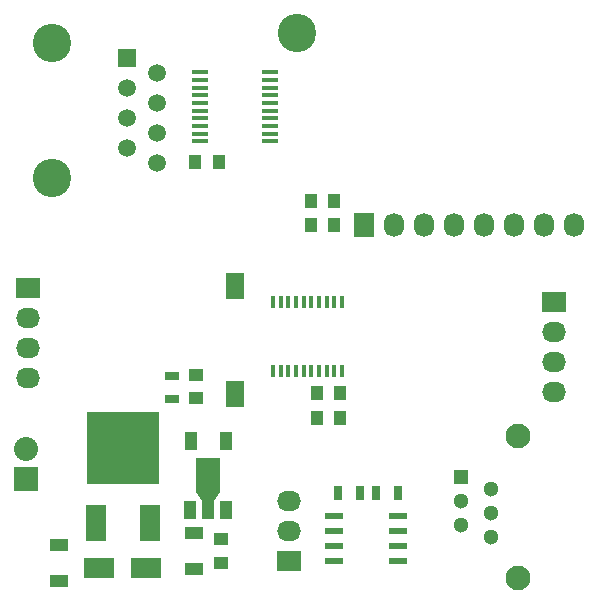
<source format=gts>
G04 #@! TF.FileFunction,Soldermask,Top*
%FSLAX46Y46*%
G04 Gerber Fmt 4.6, Leading zero omitted, Abs format (unit mm)*
G04 Created by KiCad (PCBNEW 4.0.2-stable) date 3/20/2016 1:22:30 PM*
%MOMM*%
G01*
G04 APERTURE LIST*
%ADD10C,0.100000*%
%ADD11C,3.250000*%
%ADD12R,1.500000X1.500000*%
%ADD13C,1.500000*%
%ADD14R,1.000000X1.250000*%
%ADD15R,1.250000X1.000000*%
%ADD16R,1.600000X1.000000*%
%ADD17R,1.000000X1.600000*%
%ADD18R,2.499360X1.800860*%
%ADD19R,2.032000X1.727200*%
%ADD20O,2.032000X1.727200*%
%ADD21R,2.032000X2.032000*%
%ADD22O,2.032000X2.032000*%
%ADD23R,1.300000X0.700000*%
%ADD24R,0.700000X1.300000*%
%ADD25R,0.400000X1.000000*%
%ADD26R,1.550000X0.600000*%
%ADD27R,1.450000X0.450000*%
%ADD28R,1.651000X3.048000*%
%ADD29R,6.096000X6.096000*%
%ADD30R,1.000760X1.501140*%
%ADD31R,1.998980X2.999740*%
%ADD32R,1.727200X2.032000*%
%ADD33O,1.727200X2.032000*%
%ADD34R,1.600000X2.180000*%
%ADD35C,1.300000*%
%ADD36R,1.300000X1.300000*%
%ADD37C,2.100000*%
G04 APERTURE END LIST*
D10*
D11*
X125000000Y-52250000D03*
X104267000Y-64521000D03*
X104267000Y-53081000D03*
D12*
X110617000Y-54351000D03*
D13*
X113157000Y-55621000D03*
X110617000Y-56891000D03*
X113157000Y-58161000D03*
X110617000Y-59431000D03*
X113157000Y-60701000D03*
X110617000Y-61971000D03*
X113157000Y-63241000D03*
D14*
X128698500Y-82740500D03*
X126698500Y-82740500D03*
X128714500Y-84836000D03*
X126714500Y-84836000D03*
X126190500Y-68453000D03*
X128190500Y-68453000D03*
X126190500Y-66421000D03*
X128190500Y-66421000D03*
X116411500Y-63182500D03*
X118411500Y-63182500D03*
D15*
X116522500Y-83169000D03*
X116522500Y-81169000D03*
D16*
X104902000Y-98591500D03*
X104902000Y-95591500D03*
D15*
X118618000Y-97075500D03*
X118618000Y-95075500D03*
D16*
X116332000Y-97575500D03*
X116332000Y-94575500D03*
D17*
X119038500Y-86804500D03*
X116038500Y-86804500D03*
D18*
X108237020Y-97536000D03*
X112234980Y-97536000D03*
D19*
X102298500Y-73850500D03*
D20*
X102298500Y-76390500D03*
X102298500Y-78930500D03*
X102298500Y-81470500D03*
D21*
X102108000Y-89979500D03*
D22*
X102108000Y-87439500D03*
D23*
X114427000Y-81282500D03*
X114427000Y-83182500D03*
D24*
X128463000Y-91186000D03*
X130363000Y-91186000D03*
X131704000Y-91186000D03*
X133604000Y-91186000D03*
D25*
X122995500Y-80814500D03*
X123645500Y-80814500D03*
X124295500Y-80814500D03*
X124945500Y-80814500D03*
X125595500Y-80814500D03*
X126245500Y-80814500D03*
X126895500Y-80814500D03*
X127545500Y-80814500D03*
X128195500Y-80814500D03*
X128845500Y-80814500D03*
X128845500Y-75014500D03*
X128195500Y-75014500D03*
X127545500Y-75014500D03*
X126895500Y-75014500D03*
X126245500Y-75014500D03*
X125595500Y-75014500D03*
X124945500Y-75014500D03*
X124295500Y-75014500D03*
X123645500Y-75014500D03*
X122995500Y-75014500D03*
D26*
X128173500Y-93091000D03*
X128173500Y-94361000D03*
X128173500Y-95631000D03*
X128173500Y-96901000D03*
X133573500Y-96901000D03*
X133573500Y-95631000D03*
X133573500Y-94361000D03*
X133573500Y-93091000D03*
D27*
X122711000Y-61408500D03*
X122711000Y-60758500D03*
X122711000Y-60108500D03*
X122711000Y-59458500D03*
X122711000Y-58808500D03*
X122711000Y-58158500D03*
X122711000Y-57508500D03*
X122711000Y-56858500D03*
X122711000Y-56208500D03*
X122711000Y-55558500D03*
X116811000Y-55558500D03*
X116811000Y-56208500D03*
X116811000Y-56858500D03*
X116811000Y-57508500D03*
X116811000Y-58158500D03*
X116811000Y-58808500D03*
X116811000Y-59458500D03*
X116811000Y-60108500D03*
X116811000Y-60758500D03*
X116811000Y-61408500D03*
D28*
X108013500Y-93726000D03*
D29*
X110299500Y-87376000D03*
D28*
X112585500Y-93726000D03*
D30*
X115996720Y-92583000D03*
X117497860Y-92583000D03*
X118999000Y-92583000D03*
D31*
X117497860Y-89631520D03*
D10*
G36*
X118498620Y-91105990D02*
X117998240Y-91855290D01*
X116997480Y-91855290D01*
X116497100Y-91105990D01*
X118498620Y-91105990D01*
X118498620Y-91105990D01*
G37*
D19*
X146812000Y-74993500D03*
D20*
X146812000Y-77533500D03*
X146812000Y-80073500D03*
X146812000Y-82613500D03*
D32*
X130683000Y-68453000D03*
D33*
X133223000Y-68453000D03*
X135763000Y-68453000D03*
X138303000Y-68453000D03*
X140843000Y-68453000D03*
X143383000Y-68453000D03*
X145923000Y-68453000D03*
X148463000Y-68453000D03*
D19*
X124396500Y-96901000D03*
D20*
X124396500Y-94361000D03*
X124396500Y-91821000D03*
D34*
X119758680Y-82834430D03*
X119763320Y-73629570D03*
D35*
X138924000Y-91882500D03*
X138924000Y-93922500D03*
D36*
X138924000Y-89842500D03*
D35*
X141464000Y-94942500D03*
X141464000Y-92902500D03*
X141464000Y-90862500D03*
D37*
X143764000Y-86392500D03*
X143764000Y-98392500D03*
M02*

</source>
